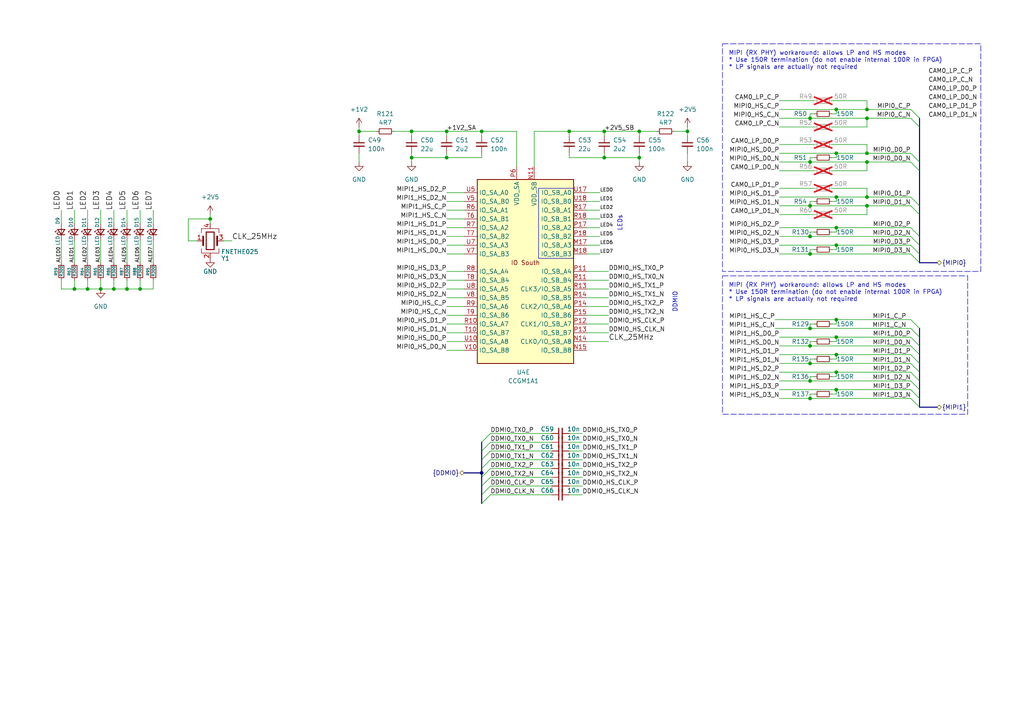
<source format=kicad_sch>
(kicad_sch (version 20250114) (generator "eeschema") (generator_version "9.0")
  (paper "A4")
  (title_block (title "${project_name}") (date "2025-06-24") (rev "${project_version}") (company "${project_creator}") (comment 1 "${project_license}"))
  (rectangle (start 209.55 80.01) (end 280.67 120.142) (stroke (width 0) (type dash)))
  (rectangle (start 209.55 12.7) (end 284.48 78.74) (stroke (width 0) (type dash)))
  (rectangle (start 156.21 54.61) (end 166.37 74.93))
  (text "MIPI (RX PHY) workaround: allows LP and HS modes\n* Use 150R termination (do not enable internal 100R in FPGA)\n* LP signals are actually not required" (at 211.328 87.63 0) (effects (font (size 1.27 1.27)) (justify left bottom)))
  (text "DDMIO" (at 195.834 87.63 90) (effects (font (size 1.27 1.27))))
  (text "MIPI (RX PHY) workaround: allows LP and HS modes\n* Use 150R termination (do not enable internal 100R in FPGA)\n* LP signals are actually not required" (at 211.328 20.32 0) (effects (font (size 1.27 1.27)) (justify left bottom)))
  (text "LEDs" (at 179.832 64.77 90) (effects (font (size 1.27 1.27))))
  (junction (at 242.57 71.12))
  (junction (at 119.38 45.72))
  (junction (at 25.4 83.82))
  (junction (at 242.57 57.15))
  (junction (at 251.46 31.75))
  (junction (at 175.26 45.72))
  (junction (at 242.57 31.75))
  (junction (at 242.57 44.45))
  (junction (at 242.57 113.03))
  (junction (at 234.95 68.58))
  (junction (at 251.46 57.15))
  (junction (at 242.57 102.87))
  (junction (at 21.59 83.82))
  (junction (at 234.95 95.25))
  (junction (at 199.39 38.1))
  (junction (at 242.57 97.79))
  (junction (at 104.14 38.1))
  (junction (at 129.54 38.1))
  (junction (at 251.46 44.45))
  (junction (at 139.7 137.16))
  (junction (at 234.95 115.57))
  (junction (at 234.95 46.99))
  (junction (at 29.21 83.82))
  (junction (at 251.46 46.99))
  (junction (at 33.02 83.82))
  (junction (at 242.57 66.04))
  (junction (at 234.95 59.69))
  (junction (at 242.57 92.71))
  (junction (at 139.7 38.1))
  (junction (at 251.46 59.69))
  (junction (at 60.96 63.5))
  (junction (at 119.38 38.1))
  (junction (at 185.42 38.1))
  (junction (at 242.57 107.95))
  (junction (at 36.83 83.82))
  (junction (at 234.95 73.66))
  (junction (at 234.95 100.33))
  (junction (at 234.95 34.29))
  (junction (at 165.1 38.1))
  (junction (at 175.26 38.1))
  (junction (at 234.95 110.49))
  (junction (at 40.64 83.82))
  (junction (at 234.95 105.41))
  (junction (at 185.42 45.72))
  (junction (at 251.46 34.29))
  (junction (at 129.54 45.72))
  (bus_entry (at 264.16 105.41) (size 2.54 2.54))
  (bus_entry (at 264.16 68.58) (size 2.54 2.54))
  (bus_entry (at 264.16 115.57) (size 2.54 2.54))
  (bus_entry (at 264.16 57.15) (size 2.54 2.54))
  (bus_entry (at 142.24 133.35) (size -2.54 2.54))
  (bus_entry (at 264.16 97.79) (size 2.54 2.54))
  (bus_entry (at 142.24 130.81) (size -2.54 2.54))
  (bus_entry (at 264.16 110.49) (size 2.54 2.54))
  (bus_entry (at 264.16 73.66) (size 2.54 2.54))
  (bus_entry (at 264.16 102.87) (size 2.54 2.54))
  (bus_entry (at 264.16 46.99) (size 2.54 2.54))
  (bus_entry (at 142.24 128.27) (size -2.54 2.54))
  (bus_entry (at 142.24 140.97) (size -2.54 2.54))
  (bus_entry (at 264.16 100.33) (size 2.54 2.54))
  (bus_entry (at 264.16 71.12) (size 2.54 2.54))
  (bus_entry (at 264.16 59.69) (size 2.54 2.54))
  (bus_entry (at 142.24 125.73) (size -2.54 2.54))
  (bus_entry (at 142.24 135.89) (size -2.54 2.54))
  (bus_entry (at 264.16 44.45) (size 2.54 2.54))
  (bus_entry (at 264.16 113.03) (size 2.54 2.54))
  (bus_entry (at 142.24 138.43) (size -2.54 2.54))
  (bus_entry (at 264.16 107.95) (size 2.54 2.54))
  (bus_entry (at 264.16 31.75) (size 2.54 2.54))
  (bus_entry (at 264.16 95.25) (size 2.54 2.54))
  (bus_entry (at 264.16 34.29) (size 2.54 2.54))
  (bus_entry (at 264.16 66.04) (size 2.54 2.54))
  (bus_entry (at 264.16 92.71) (size 2.54 2.54))
  (bus_entry (at 142.24 143.51) (size -2.54 2.54))
  (wire (pts (xy 129.54 88.9) (xy 134.62 88.9)))
  (wire (pts (xy 226.06 41.91) (xy 236.22 41.91)))
  (wire (pts (xy 242.57 31.75) (xy 242.57 33.02)))
  (bus (pts (xy 266.7 34.29) (xy 266.7 36.83)))
  (wire (pts (xy 129.54 101.6) (xy 134.62 101.6)))
  (wire (pts (xy 226.06 102.87) (xy 242.57 102.87)))
  (wire (pts (xy 226.06 73.66) (xy 234.95 73.66)))
  (wire (pts (xy 64.77 69.85) (xy 67.31 69.85)))
  (wire (pts (xy 242.57 66.04) (xy 242.57 67.31)))
  (wire (pts (xy 236.22 99.06) (xy 234.95 99.06)))
  (bus (pts (xy 139.7 128.27) (xy 139.7 130.81)))
  (wire (pts (xy 170.18 93.98) (xy 176.53 93.98)))
  (wire (pts (xy 241.3 109.22) (xy 242.57 109.22)))
  (wire (pts (xy 226.06 71.12) (xy 242.57 71.12)))
  (wire (pts (xy 226.06 34.29) (xy 234.95 34.29)))
  (wire (pts (xy 60.96 62.23) (xy 60.96 63.5)))
  (wire (pts (xy 165.1 133.35) (xy 168.91 133.35)))
  (wire (pts (xy 170.18 96.52) (xy 176.53 96.52)))
  (wire (pts (xy 234.95 114.3) (xy 234.95 115.57)))
  (wire (pts (xy 129.54 63.5) (xy 134.62 63.5)))
  (wire (pts (xy 129.54 38.1) (xy 129.54 39.37)))
  (wire (pts (xy 226.06 59.69) (xy 234.95 59.69)))
  (wire (pts (xy 165.1 38.1) (xy 175.26 38.1)))
  (wire (pts (xy 170.18 91.44) (xy 176.53 91.44)))
  (wire (pts (xy 234.95 115.57) (xy 264.16 115.57)))
  (wire (pts (xy 241.3 62.23) (xy 251.46 62.23)))
  (wire (pts (xy 242.57 66.04) (xy 264.16 66.04)))
  (wire (pts (xy 226.06 115.57) (xy 234.95 115.57)))
  (wire (pts (xy 17.78 69.85) (xy 17.78 76.2)))
  (wire (pts (xy 241.3 33.02) (xy 242.57 33.02)))
  (wire (pts (xy 36.83 83.82) (xy 40.64 83.82)))
  (wire (pts (xy 176.53 99.06) (xy 170.18 99.06)))
  (wire (pts (xy 170.18 55.88) (xy 173.99 55.88)))
  (wire (pts (xy 234.95 110.49) (xy 264.16 110.49)))
  (bus (pts (xy 266.7 73.66) (xy 266.7 76.2)))
  (wire (pts (xy 40.64 69.85) (xy 40.64 76.2)))
  (wire (pts (xy 224.79 95.25) (xy 234.95 95.25)))
  (wire (pts (xy 165.1 38.1) (xy 154.94 38.1)))
  (wire (pts (xy 129.54 99.06) (xy 134.62 99.06)))
  (wire (pts (xy 185.42 44.45) (xy 185.42 45.72)))
  (bus (pts (xy 266.7 59.69) (xy 266.7 62.23)))
  (wire (pts (xy 21.59 83.82) (xy 25.4 83.82)))
  (wire (pts (xy 199.39 44.45) (xy 199.39 46.99)))
  (wire (pts (xy 21.59 60.96) (xy 21.59 64.77)))
  (wire (pts (xy 226.06 29.21) (xy 236.22 29.21)))
  (wire (pts (xy 40.64 81.28) (xy 40.64 83.82)))
  (wire (pts (xy 175.26 44.45) (xy 175.26 45.72)))
  (wire (pts (xy 129.54 78.74) (xy 134.62 78.74)))
  (wire (pts (xy 57.15 69.85) (xy 54.61 69.85)))
  (wire (pts (xy 139.7 45.72) (xy 139.7 44.45)))
  (wire (pts (xy 234.95 59.69) (xy 251.46 59.69)))
  (wire (pts (xy 234.95 46.99) (xy 251.46 46.99)))
  (wire (pts (xy 165.1 138.43) (xy 168.91 138.43)))
  (wire (pts (xy 170.18 60.96) (xy 173.99 60.96)))
  (wire (pts (xy 234.95 109.22) (xy 234.95 110.49)))
  (bus (pts (xy 266.7 115.57) (xy 266.7 118.11)))
  (wire (pts (xy 226.06 100.33) (xy 234.95 100.33)))
  (wire (pts (xy 241.3 54.61) (xy 251.46 54.61)))
  (wire (pts (xy 226.06 36.83) (xy 236.22 36.83)))
  (wire (pts (xy 241.3 29.21) (xy 251.46 29.21)))
  (wire (pts (xy 170.18 58.42) (xy 173.99 58.42)))
  (wire (pts (xy 242.57 97.79) (xy 264.16 97.79)))
  (wire (pts (xy 234.95 95.25) (xy 264.16 95.25)))
  (wire (pts (xy 234.95 72.39) (xy 234.95 73.66)))
  (wire (pts (xy 251.46 46.99) (xy 251.46 49.53)))
  (bus (pts (xy 139.7 133.35) (xy 139.7 135.89)))
  (wire (pts (xy 175.26 38.1) (xy 185.42 38.1)))
  (wire (pts (xy 236.22 72.39) (xy 234.95 72.39)))
  (bus (pts (xy 139.7 138.43) (xy 139.7 140.97)))
  (wire (pts (xy 165.1 39.37) (xy 165.1 38.1)))
  (wire (pts (xy 226.06 62.23) (xy 236.22 62.23)))
  (wire (pts (xy 25.4 69.85) (xy 25.4 76.2)))
  (wire (pts (xy 241.3 58.42) (xy 242.57 58.42)))
  (wire (pts (xy 29.21 81.28) (xy 29.21 83.82)))
  (wire (pts (xy 251.46 31.75) (xy 264.16 31.75)))
  (wire (pts (xy 226.06 110.49) (xy 234.95 110.49)))
  (wire (pts (xy 129.54 45.72) (xy 139.7 45.72)))
  (wire (pts (xy 170.18 66.04) (xy 173.99 66.04)))
  (wire (pts (xy 236.22 114.3) (xy 234.95 114.3)))
  (bus (pts (xy 266.7 113.03) (xy 266.7 115.57)))
  (wire (pts (xy 165.1 130.81) (xy 168.91 130.81)))
  (wire (pts (xy 241.3 99.06) (xy 242.57 99.06)))
  (wire (pts (xy 226.06 57.15) (xy 242.57 57.15)))
  (bus (pts (xy 266.7 102.87) (xy 266.7 105.41)))
  (wire (pts (xy 21.59 81.28) (xy 21.59 83.82)))
  (wire (pts (xy 242.57 107.95) (xy 264.16 107.95)))
  (wire (pts (xy 129.54 96.52) (xy 134.62 96.52)))
  (bus (pts (xy 139.7 143.51) (xy 139.7 146.05)))
  (wire (pts (xy 185.42 45.72) (xy 185.42 46.99)))
  (wire (pts (xy 236.22 93.98) (xy 234.95 93.98)))
  (wire (pts (xy 17.78 60.96) (xy 17.78 64.77)))
  (bus (pts (xy 139.7 130.81) (xy 139.7 133.35)))
  (wire (pts (xy 251.46 59.69) (xy 251.46 62.23)))
  (wire (pts (xy 226.06 105.41) (xy 234.95 105.41)))
  (wire (pts (xy 119.38 38.1) (xy 119.38 39.37)))
  (wire (pts (xy 226.06 54.61) (xy 236.22 54.61)))
  (wire (pts (xy 129.54 83.82) (xy 134.62 83.82)))
  (wire (pts (xy 175.26 45.72) (xy 185.42 45.72)))
  (bus (pts (xy 134.62 137.16) (xy 139.7 137.16)))
  (wire (pts (xy 25.4 81.28) (xy 25.4 83.82)))
  (wire (pts (xy 44.45 60.96) (xy 44.45 64.77)))
  (bus (pts (xy 266.7 118.11) (xy 271.78 118.11)))
  (wire (pts (xy 236.22 104.14) (xy 234.95 104.14)))
  (wire (pts (xy 242.57 113.03) (xy 264.16 113.03)))
  (wire (pts (xy 242.57 71.12) (xy 242.57 72.39)))
  (wire (pts (xy 129.54 55.88) (xy 134.62 55.88)))
  (wire (pts (xy 234.95 45.72) (xy 234.95 46.99)))
  (wire (pts (xy 226.06 107.95) (xy 242.57 107.95)))
  (bus (pts (xy 266.7 36.83) (xy 266.7 46.99)))
  (wire (pts (xy 241.3 36.83) (xy 251.46 36.83)))
  (wire (pts (xy 251.46 29.21) (xy 251.46 31.75)))
  (bus (pts (xy 266.7 100.33) (xy 266.7 102.87)))
  (wire (pts (xy 241.3 49.53) (xy 251.46 49.53)))
  (wire (pts (xy 170.18 73.66) (xy 173.99 73.66)))
  (wire (pts (xy 36.83 69.85) (xy 36.83 76.2)))
  (wire (pts (xy 226.06 66.04) (xy 242.57 66.04)))
  (wire (pts (xy 170.18 71.12) (xy 173.99 71.12)))
  (wire (pts (xy 236.22 109.22) (xy 234.95 109.22)))
  (wire (pts (xy 44.45 83.82) (xy 44.45 81.28)))
  (wire (pts (xy 199.39 36.83) (xy 199.39 38.1)))
  (wire (pts (xy 234.95 104.14) (xy 234.95 105.41)))
  (wire (pts (xy 242.57 57.15) (xy 242.57 58.42)))
  (wire (pts (xy 241.3 41.91) (xy 251.46 41.91)))
  (wire (pts (xy 242.57 44.45) (xy 242.57 45.72)))
  (wire (pts (xy 17.78 81.28) (xy 17.78 83.82)))
  (wire (pts (xy 236.22 33.02) (xy 234.95 33.02)))
  (wire (pts (xy 29.21 69.85) (xy 29.21 76.2)))
  (wire (pts (xy 129.54 38.1) (xy 139.7 38.1)))
  (wire (pts (xy 242.57 57.15) (xy 251.46 57.15)))
  (wire (pts (xy 104.14 36.83) (xy 104.14 38.1)))
  (bus (pts (xy 266.7 76.2) (xy 271.78 76.2)))
  (wire (pts (xy 44.45 69.85) (xy 44.45 76.2)))
  (wire (pts (xy 119.38 44.45) (xy 119.38 45.72)))
  (bus (pts (xy 266.7 62.23) (xy 266.7 68.58)))
  (wire (pts (xy 142.24 138.43) (xy 160.02 138.43)))
  (wire (pts (xy 129.54 91.44) (xy 134.62 91.44)))
  (wire (pts (xy 236.22 58.42) (xy 234.95 58.42)))
  (wire (pts (xy 29.21 60.96) (xy 29.21 64.77)))
  (wire (pts (xy 251.46 54.61) (xy 251.46 57.15)))
  (wire (pts (xy 251.46 41.91) (xy 251.46 44.45)))
  (wire (pts (xy 251.46 46.99) (xy 264.16 46.99)))
  (wire (pts (xy 236.22 67.31) (xy 234.95 67.31)))
  (wire (pts (xy 33.02 83.82) (xy 36.83 83.82)))
  (wire (pts (xy 226.06 49.53) (xy 236.22 49.53)))
  (wire (pts (xy 129.54 60.96) (xy 134.62 60.96)))
  (wire (pts (xy 242.57 31.75) (xy 251.46 31.75)))
  (wire (pts (xy 242.57 92.71) (xy 264.16 92.71)))
  (wire (pts (xy 129.54 44.45) (xy 129.54 45.72)))
  (wire (pts (xy 119.38 45.72) (xy 119.38 46.99)))
  (wire (pts (xy 241.3 104.14) (xy 242.57 104.14)))
  (bus (pts (xy 266.7 110.49) (xy 266.7 113.03)))
  (wire (pts (xy 129.54 81.28) (xy 134.62 81.28)))
  (wire (pts (xy 139.7 38.1) (xy 149.86 38.1)))
  (wire (pts (xy 242.57 102.87) (xy 242.57 104.14)))
  (wire (pts (xy 226.06 46.99) (xy 234.95 46.99)))
  (bus (pts (xy 266.7 105.41) (xy 266.7 107.95)))
  (wire (pts (xy 185.42 38.1) (xy 190.5 38.1)))
  (wire (pts (xy 199.39 38.1) (xy 199.39 39.37)))
  (wire (pts (xy 165.1 143.51) (xy 168.91 143.51)))
  (wire (pts (xy 242.57 102.87) (xy 264.16 102.87)))
  (wire (pts (xy 104.14 38.1) (xy 104.14 39.37)))
  (wire (pts (xy 170.18 68.58) (xy 173.99 68.58)))
  (wire (pts (xy 251.46 34.29) (xy 264.16 34.29)))
  (wire (pts (xy 142.24 143.51) (xy 160.02 143.51)))
  (wire (pts (xy 129.54 93.98) (xy 134.62 93.98)))
  (wire (pts (xy 234.95 93.98) (xy 234.95 95.25)))
  (wire (pts (xy 226.06 113.03) (xy 242.57 113.03)))
  (wire (pts (xy 241.3 93.98) (xy 242.57 93.98)))
  (wire (pts (xy 104.14 44.45) (xy 104.14 46.99)))
  (wire (pts (xy 234.95 34.29) (xy 251.46 34.29)))
  (wire (pts (xy 242.57 97.79) (xy 242.57 99.06)))
  (wire (pts (xy 40.64 60.96) (xy 40.64 64.77)))
  (wire (pts (xy 226.06 31.75) (xy 242.57 31.75)))
  (wire (pts (xy 251.46 57.15) (xy 264.16 57.15)))
  (wire (pts (xy 129.54 86.36) (xy 134.62 86.36)))
  (wire (pts (xy 170.18 83.82) (xy 176.53 83.82)))
  (bus (pts (xy 266.7 107.95) (xy 266.7 110.49)))
  (wire (pts (xy 149.86 48.26) (xy 149.86 38.1)))
  (wire (pts (xy 170.18 78.74) (xy 176.53 78.74)))
  (wire (pts (xy 142.24 140.97) (xy 160.02 140.97)))
  (wire (pts (xy 241.3 72.39) (xy 242.57 72.39)))
  (wire (pts (xy 33.02 69.85) (xy 33.02 76.2)))
  (wire (pts (xy 185.42 38.1) (xy 185.42 39.37)))
  (wire (pts (xy 241.3 114.3) (xy 242.57 114.3)))
  (wire (pts (xy 224.79 92.71) (xy 242.57 92.71)))
  (wire (pts (xy 17.78 83.82) (xy 21.59 83.82)))
  (wire (pts (xy 142.24 125.73) (xy 160.02 125.73)))
  (wire (pts (xy 170.18 86.36) (xy 176.53 86.36)))
  (wire (pts (xy 165.1 45.72) (xy 175.26 45.72)))
  (wire (pts (xy 33.02 60.96) (xy 33.02 64.77)))
  (wire (pts (xy 60.96 63.5) (xy 60.96 64.77)))
  (wire (pts (xy 175.26 38.1) (xy 175.26 39.37)))
  (bus (pts (xy 266.7 95.25) (xy 266.7 97.79)))
  (wire (pts (xy 170.18 63.5) (xy 173.99 63.5)))
  (wire (pts (xy 242.57 92.71) (xy 242.57 93.98)))
  (wire (pts (xy 36.83 81.28) (xy 36.83 83.82)))
  (wire (pts (xy 142.24 133.35) (xy 160.02 133.35)))
  (wire (pts (xy 142.24 130.81) (xy 160.02 130.81)))
  (wire (pts (xy 170.18 88.9) (xy 176.53 88.9)))
  (wire (pts (xy 251.46 59.69) (xy 264.16 59.69)))
  (wire (pts (xy 242.57 44.45) (xy 251.46 44.45)))
  (wire (pts (xy 54.61 69.85) (xy 54.61 63.5)))
  (wire (pts (xy 104.14 38.1) (xy 109.22 38.1)))
  (wire (pts (xy 165.1 140.97) (xy 168.91 140.97)))
  (bus (pts (xy 266.7 71.12) (xy 266.7 73.66)))
  (wire (pts (xy 234.95 68.58) (xy 264.16 68.58)))
  (wire (pts (xy 129.54 66.04) (xy 134.62 66.04)))
  (wire (pts (xy 129.54 71.12) (xy 134.62 71.12)))
  (wire (pts (xy 226.06 68.58) (xy 234.95 68.58)))
  (wire (pts (xy 251.46 44.45) (xy 264.16 44.45)))
  (wire (pts (xy 165.1 44.45) (xy 165.1 45.72)))
  (wire (pts (xy 241.3 67.31) (xy 242.57 67.31)))
  (wire (pts (xy 242.57 71.12) (xy 264.16 71.12)))
  (wire (pts (xy 234.95 73.66) (xy 264.16 73.66)))
  (wire (pts (xy 21.59 69.85) (xy 21.59 76.2)))
  (wire (pts (xy 33.02 81.28) (xy 33.02 83.82)))
  (wire (pts (xy 234.95 99.06) (xy 234.95 100.33)))
  (wire (pts (xy 165.1 135.89) (xy 168.91 135.89)))
  (bus (pts (xy 266.7 68.58) (xy 266.7 71.12)))
  (wire (pts (xy 129.54 68.58) (xy 134.62 68.58)))
  (bus (pts (xy 266.7 97.79) (xy 266.7 100.33)))
  (wire (pts (xy 165.1 125.73) (xy 168.91 125.73)))
  (bus (pts (xy 139.7 135.89) (xy 139.7 137.16)))
  (wire (pts (xy 234.95 58.42) (xy 234.95 59.69)))
  (wire (pts (xy 114.3 38.1) (xy 119.38 38.1)))
  (wire (pts (xy 234.95 105.41) (xy 264.16 105.41)))
  (wire (pts (xy 236.22 45.72) (xy 234.95 45.72)))
  (bus (pts (xy 266.7 46.99) (xy 266.7 49.53)))
  (wire (pts (xy 226.06 44.45) (xy 242.57 44.45)))
  (wire (pts (xy 119.38 45.72) (xy 129.54 45.72)))
  (wire (pts (xy 251.46 34.29) (xy 251.46 36.83)))
  (wire (pts (xy 234.95 33.02) (xy 234.95 34.29)))
  (wire (pts (xy 142.24 128.27) (xy 160.02 128.27)))
  (wire (pts (xy 29.21 83.82) (xy 33.02 83.82)))
  (wire (pts (xy 195.58 38.1) (xy 199.39 38.1)))
  (bus (pts (xy 139.7 140.97) (xy 139.7 143.51)))
  (wire (pts (xy 226.06 97.79) (xy 242.57 97.79)))
  (wire (pts (xy 242.57 113.03) (xy 242.57 114.3)))
  (wire (pts (xy 241.3 45.72) (xy 242.57 45.72)))
  (wire (pts (xy 54.61 63.5) (xy 60.96 63.5)))
  (bus (pts (xy 266.7 49.53) (xy 266.7 59.69)))
  (wire (pts (xy 119.38 38.1) (xy 129.54 38.1)))
  (wire (pts (xy 139.7 38.1) (xy 139.7 39.37)))
  (wire (pts (xy 170.18 81.28) (xy 176.53 81.28)))
  (wire (pts (xy 154.94 38.1) (xy 154.94 48.26)))
  (wire (pts (xy 129.54 58.42) (xy 134.62 58.42)))
  (wire (pts (xy 25.4 83.82) (xy 29.21 83.82)))
  (wire (pts (xy 129.54 73.66) (xy 134.62 73.66)))
  (wire (pts (xy 142.24 135.89) (xy 160.02 135.89)))
  (wire (pts (xy 234.95 100.33) (xy 264.16 100.33)))
  (wire (pts (xy 40.64 83.82) (xy 44.45 83.82)))
  (wire (pts (xy 25.4 60.96) (xy 25.4 64.77)))
  (wire (pts (xy 234.95 67.31) (xy 234.95 68.58)))
  (wire (pts (xy 165.1 128.27) (xy 168.91 128.27)))
  (wire (pts (xy 242.57 107.95) (xy 242.57 109.22)))
  (wire (pts (xy 36.83 60.96) (xy 36.83 64.77)))
  (bus (pts (xy 139.7 137.16) (xy 139.7 138.43)))
  (label "MIPI0_HS_D0_N" (at 129.54 101.6 180))
  (label "MIPI1_D2_P" (at 264.16 107.95 180))
  (label "MIPI0_D3_P" (at 264.16 71.12 180))
  (label "MIPI0_D0_N" (at 264.16 46.99 180))
  (label "MIPI1_HS_D2_P" (at 226.06 107.95 180))
  (label "MIPI1_D0_N" (at 264.16 100.33 180))
  (label "CAM0_LP_D0_P" (at 269.24 26.67 0))
  (label "DDMI0_HS_CLK_N" (at 176.53 96.52 0))
  (label "LED1" (at 21.59 60.96 90) (effects (font (size 1.524 1.524))))
  (label "MIPI0_D2_N" (at 264.16 68.58 180))
  (label "DDMI0_HS_CLK_P" (at 168.91 140.97 0))
  (label "DDMI0_TX1_N" (at 142.24 133.35 0))
  (label "MIPI0_HS_D0_N" (at 226.06 46.99 180))
  (label "MIPI0_HS_D1_P" (at 226.06 57.15 180))
  (label "DDMI0_TX2_P" (at 142.24 135.89 0))
  (label "LED2" (at 173.99 60.96 0) (effects (font (size 1 1))))
  (label "MIPI1_HS_D2_N" (at 129.54 58.42 180))
  (label "MIPI0_HS_D3_P" (at 226.06 71.12 180))
  (label "MIPI0_D1_P" (at 264.16 57.15 180))
  (label "MIPI1_HS_D1_P" (at 226.06 102.87 180))
  (label "MIPI0_HS_D2_P" (at 129.54 83.82 180))
  (label "LED0" (at 173.99 55.88 0) (effects (font (size 1 1))))
  (label "LED6" (at 173.99 71.12 0) (effects (font (size 1 1))))
  (label "DDMI0_TX0_N" (at 142.24 128.27 0))
  (label "MIPI1_HS_C_P" (at 224.79 92.71 180))
  (label "LED2" (at 25.4 60.96 90) (effects (font (size 1.524 1.524))))
  (label "DDMI0_CLK_P" (at 142.24 140.97 0))
  (label "CAM0_LP_D1_P" (at 269.24 31.75 0))
  (label "CAM0_LP_C_P" (at 269.24 21.59 0))
  (label "MIPI1_HS_C_N" (at 224.79 95.25 180))
  (label "MIPI1_HS_D0_N" (at 226.06 100.33 180))
  (label "LED3" (at 173.99 63.5 0) (effects (font (size 1 1))))
  (label "ALED6" (at 40.64 76.2 90) (effects (font (size 1 1))))
  (label "MIPI1_HS_D0_P" (at 226.06 97.79 180))
  (label "MIPI1_D2_N" (at 264.16 110.49 180))
  (label "DDMI0_HS_TX0_P" (at 176.53 78.74 0))
  (label "MIPI1_D1_P" (at 264.16 102.87 180))
  (label "DDMI0_HS_TX2_P" (at 168.91 135.89 0))
  (label "ALED4" (at 33.02 76.2 90) (effects (font (size 1 1))))
  (label "DDMI0_HS_TX1_N" (at 176.53 86.36 0))
  (label "CLK_25MHz" (at 176.53 99.06 0) (effects (font (size 1.524 1.524))))
  (label "DDMI0_HS_TX1_P" (at 168.91 130.81 0))
  (label "MIPI1_HS_D2_P" (at 129.54 55.88 180))
  (label "LED3" (at 29.21 60.96 90) (effects (font (size 1.524 1.524))))
  (label "DDMI0_HS_TX2_N" (at 176.53 91.44 0))
  (label "DDMI0_HS_TX0_N" (at 176.53 81.28 0))
  (label "MIPI1_D0_P" (at 264.16 97.79 180))
  (label "DDMI0_HS_TX1_P" (at 176.53 83.82 0))
  (label "MIPI1_HS_D0_N" (at 129.54 73.66 180))
  (label "MIPI0_D3_N" (at 264.16 73.66 180))
  (label "CLK_25MHz" (at 67.31 69.85 0) (effects (font (size 1.524 1.524))))
  (label "MIPI0_HS_D3_N" (at 129.54 81.28 180))
  (label "MIPI0_HS_D0_P" (at 129.54 99.06 180))
  (label "MIPI0_HS_C_N" (at 226.06 34.29 180))
  (label "DDMI0_HS_TX2_P" (at 176.53 88.9 0))
  (label "CAM0_LP_C_N" (at 226.06 36.83 180))
  (label "CAM0_LP_D1_N" (at 269.24 34.29 0))
  (label "MIPI1_HS_D0_P" (at 129.54 71.12 180))
  (label "MIPI1_HS_D3_P" (at 226.06 113.03 180))
  (label "+1V2_SA" (at 129.54 38.1 0))
  (label "MIPI1_HS_D1_N" (at 129.54 68.58 180))
  (label "MIPI1_HS_D3_N" (at 226.06 115.57 180))
  (label "MIPI0_D1_N" (at 264.16 59.69 180))
  (label "LED1" (at 173.99 58.42 0) (effects (font (size 1 1))))
  (label "MIPI0_HS_D3_P" (at 129.54 78.74 180))
  (label "ALED7" (at 44.45 76.2 90) (effects (font (size 1 1))))
  (label "CAM0_LP_D0_N" (at 269.24 29.21 0))
  (label "MIPI1_HS_D1_P" (at 129.54 66.04 180))
  (label "MIPI0_HS_D0_P" (at 226.06 44.45 180))
  (label "CAM0_LP_C_N" (at 269.24 24.13 0))
  (label "ALED5" (at 36.83 76.2 90) (effects (font (size 1 1))))
  (label "DDMI0_TX1_P" (at 142.24 130.81 0))
  (label "MIPI1_C_P" (at 262.89 92.71 180))
  (label "MIPI0_HS_D2_P" (at 226.06 66.04 180))
  (label "MIPI0_HS_C_N" (at 129.54 91.44 180))
  (label "CAM0_LP_D0_N" (at 226.06 49.53 180))
  (label "DDMI0_HS_TX1_N" (at 168.91 133.35 0))
  (label "LED5" (at 36.83 60.96 90) (effects (font (size 1.524 1.524))))
  (label "LED7" (at 173.99 73.66 0) (effects (font (size 1 1))))
  (label "MIPI1_D3_N" (at 264.16 115.57 180))
  (label "LED7" (at 44.45 60.96 90) (effects (font (size 1.524 1.524))))
  (label "LED6" (at 40.64 60.96 90) (effects (font (size 1.524 1.524))))
  (label "LED4" (at 173.99 66.04 0) (effects (font (size 1 1))))
  (label "CAM0_LP_C_P" (at 226.06 29.21 180))
  (label "MIPI0_C_P" (at 264.16 31.75 180))
  (label "MIPI1_HS_C_P" (at 129.54 60.96 180))
  (label "LED5" (at 173.99 68.58 0) (effects (font (size 1 1))))
  (label "LED0" (at 17.78 60.96 90) (effects (font (size 1.524 1.524))))
  (label "MIPI0_HS_C_P" (at 129.54 88.9 180))
  (label "CAM0_LP_D1_N" (at 226.06 62.23 180))
  (label "MIPI1_D3_P" (at 264.16 113.03 180))
  (label "MIPI1_HS_C_N" (at 129.54 63.5 180))
  (label "CAM0_LP_D1_P" (at 226.06 54.61 180))
  (label "MIPI1_C_N" (at 262.89 95.25 180))
  (label "MIPI0_HS_D1_P" (at 129.54 93.98 180))
  (label "MIPI1_HS_D2_N" (at 226.06 110.49 180))
  (label "DDMI0_HS_TX0_N" (at 168.91 128.27 0))
  (label "MIPI0_D2_P" (at 264.16 66.04 180))
  (label "LED4" (at 33.02 60.96 90) (effects (font (size 1.524 1.524))))
  (label "MIPI1_HS_D1_N" (at 226.06 105.41 180))
  (label "DDMI0_HS_CLK_P" (at 176.53 93.98 0))
  (label "MIPI1_D1_N" (at 264.16 105.41 180))
  (label "DDMI0_HS_TX2_N" (at 168.91 138.43 0))
  (label "DDMI0_CLK_N" (at 142.24 143.51 0))
  (label "DDMI0_TX2_N" (at 142.24 138.43 0))
  (label "MIPI0_HS_C_P" (at 226.06 31.75 180))
  (label "MIPI0_HS_D2_N" (at 226.06 68.58 180))
  (label "MIPI0_HS_D2_N" (at 129.54 86.36 180))
  (label "ALED3" (at 29.21 76.2 90) (effects (font (size 1 1))))
  (label "CAM0_LP_D0_P" (at 226.06 41.91 180))
  (label "ALED2" (at 25.4 76.2 90) (effects (font (size 1 1))))
  (label "MIPI0_D0_P" (at 264.16 44.45 180))
  (label "DDMI0_TX0_P" (at 142.24 125.73 0))
  (label "MIPI0_HS_D1_N" (at 129.54 96.52 180))
  (label "MIPI0_C_N" (at 264.16 34.29 180))
  (label "MIPI0_HS_D1_N" (at 226.06 59.69 180))
  (label "+2V5_SB" (at 175.26 38.1 0))
  (label "MIPI0_HS_D3_N" (at 226.06 73.66 180))
  (label "ALED0" (at 17.78 76.2 90) (effects (font (size 1 1))))
  (label "DDMI0_HS_TX0_P" (at 168.91 125.73 0))
  (label "DDMI0_HS_CLK_N" (at 168.91 143.51 0))
  (label "ALED1" (at 21.59 76.2 90) (effects (font (size 1 1))))
  (hierarchical_label "{MIPI1}" (shape bidirectional) (at 271.78 118.11 0))
  (hierarchical_label "{DDMI0}" (shape bidirectional) (at 134.62 137.16 180))
  (hierarchical_label "{MIPI0}" (shape bidirectional) (at 271.78 76.2 0))
  (symbol (lib_id "Device:Crystal_GND24") (at 60.96 69.85 0) (mirror x) (unit 1)
    (property "Reference" "Y1" (at 64.135 74.93 0) (effects (justify left)))
    (property "Value" "FNETHE025" (at 64.135 73.025 0) (effects (justify left)))
    (property "Footprint" "Crystal:Crystal_SMD_TXC_7M-4Pin_3.2x2.5mm" (effects (hide yes)))
    (property "Datasheet" "https://www.diodes.com/assets/Datasheets/FNETHE025.pdf" (effects (hide yes)))
    (property "MNF1_URL" "www.diodes.com" (effects (hide yes)))
    (property "MPN" "FNETHE025" (effects (hide yes)))
    (property "MPN2" "SiT8008BC-81-33E-25.000000X" (effects (hide yes)))
    (property "MNF3_URL" "https://datasheet.lcsc.com/szlcsc/1912111437_Shenzhen-SCTF-Elec-S7D25-000000D20F30T_C387026.pdf" (effects (hide yes)))
    (property "MPN3" "S7D25.000000D20F30T" (effects (hide yes)))
    (property "Mouser" "729-FNETHE025" (effects (hide yes)))
    (property "Mouse_r2" "788-8008BC8133E25X " (effects (hide yes)))
    (property "Digikey" "FNETHE025CT-ND" (effects (hide yes)))
    (property "Newark" "80AC8624" (effects (hide yes)))
    (property "LCSC" "C390569" (effects (hide yes)))
    (property "price100_Digikey" "0.7942$" (effects (hide yes)))
    (property "Koncar" "FQ001" (effects (hide yes)))
    (property "Side" "T" (effects (hide yes)))
  )
  (symbol (lib_id "power:GND") (at 185.42 46.99 0) (unit 1)
    (property "Reference" "#PWR0141" (effects (hide yes)))
    (property "Value" "GND" (at 185.42 52.07 0))
  )
  (symbol (lib_name "R_Small_1") (lib_id "Device:R_Small") (at 29.21 78.74 0) (unit 1)
    (property "Reference" "R65" (at 27.686 80.01 90) (effects (font (size 0.8 0.8)) (justify left)))
    (property "Value" "R300" (at 29.21 80.264 90) (effects (font (size 0.8 0.8)) (justify left)))
    (property "Footprint" "Resistor_SMD:R_0402_1005Metric" (effects (hide yes)))
    (property "Description" "Resistor, small symbol" (effects (hide yes)))
  )
  (symbol (lib_id "power:GND") (at 119.38 46.99 0) (unit 1)
    (property "Reference" "#PWR0140" (effects (hide yes)))
    (property "Value" "GND" (at 119.38 52.07 0))
  )
  (symbol (lib_id "Device:C_Small") (at 162.56 135.89 90) (unit 1)
    (property "Reference" "C63" (at 158.75 134.62 90))
    (property "Value" "10n" (at 166.37 134.62 90))
    (property "Footprint" "Capacitor_SMD:C_0402_1005Metric" (effects (hide yes)))
  )
  (symbol (lib_id "Device:LED_Small") (at 29.21 67.31 90) (unit 1)
    (property "Reference" "D12" (at 28.194 62.992 0) (effects (font (size 1 1)) (justify right)))
    (property "Value" "LED" (at 28.194 68.326 0) (effects (font (size 1 1)) (justify right)))
    (property "Footprint" "LED_SMD:LED_0603_1608Metric" (effects (hide yes)))
    (property "Description" "Light emitting diode, small symbol" (effects (hide yes)))
    (property "Sim.Pin" "1=K 2=A" (effects (hide yes)))
  )
  (symbol (lib_id "Device:LED_Small") (at 21.59 67.31 90) (unit 1)
    (property "Reference" "D10" (at 20.574 62.992 0) (effects (font (size 1 1)) (justify right)))
    (property "Value" "LED" (at 20.574 68.326 0) (effects (font (size 1 1)) (justify right)))
    (property "Footprint" "LED_SMD:LED_0603_1608Metric" (effects (hide yes)))
    (property "Description" "Light emitting diode, small symbol" (effects (hide yes)))
    (property "Sim.Pin" "1=K 2=A" (effects (hide yes)))
  )
  (symbol (lib_name "R_Small_1") (lib_id "Device:R_Small") (at 36.83 78.74 0) (unit 1)
    (property "Reference" "R87" (at 35.306 80.01 90) (effects (font (size 0.8 0.8)) (justify left)))
    (property "Value" "R300" (at 36.83 80.264 90) (effects (font (size 0.8 0.8)) (justify left)))
    (property "Footprint" "Resistor_SMD:R_0402_1005Metric" (effects (hide yes)))
    (property "Description" "Resistor, small symbol" (effects (hide yes)))
  )
  (symbol (lib_id "Device:C_Small") (at 104.14 41.91 0) (unit 1)
    (property "Reference" "C49" (at 106.68 40.6463 0) (effects (justify left)))
    (property "Value" "100n" (at 106.68 43.1863 0) (effects (justify left)))
    (property "Footprint" "Capacitor_SMD:C_0402_1005Metric" (effects (hide yes)))
  )
  (symbol (lib_id "Device:LED_Small") (at 17.78 67.31 90) (unit 1)
    (property "Reference" "D9" (at 16.764 62.992 0) (effects (font (size 1 1)) (justify right)))
    (property "Value" "LED" (at 16.764 68.326 0) (effects (font (size 1 1)) (justify right)))
    (property "Footprint" "LED_SMD:LED_0603_1608Metric" (effects (hide yes)))
    (property "Description" "Light emitting diode, small symbol" (effects (hide yes)))
    (property "Sim.Pin" "1=K 2=A" (effects (hide yes)))
  )
  (symbol (lib_name "R_Small_1") (lib_id "Device:R_Small") (at 25.4 78.74 0) (unit 1)
    (property "Reference" "R64" (at 23.876 80.01 90) (effects (font (size 0.8 0.8)) (justify left)))
    (property "Value" "R300" (at 25.4 80.264 90) (effects (font (size 0.8 0.8)) (justify left)))
    (property "Footprint" "Resistor_SMD:R_0402_1005Metric" (effects (hide yes)))
    (property "Description" "Resistor, small symbol" (effects (hide yes)))
  )
  (symbol (lib_id "Device:R_Small") (at 238.76 41.91 270) (mirror x) (unit 1) (exclude_from_sim yes) (in_bom no) (on_board no) (dnp yes)
    (property "Reference" "R53" (at 233.68 40.64 90))
    (property "Value" "50R" (at 243.84 40.64 90))
    (property "Footprint" "Resistor_SMD:R_0402_1005Metric" (effects (hide yes)))
  )
  (symbol (lib_id "Device:C_Small") (at 162.56 140.97 90) (unit 1)
    (property "Reference" "C65" (at 158.75 139.7 90))
    (property "Value" "10n" (at 166.37 139.7 90))
    (property "Footprint" "Capacitor_SMD:C_0402_1005Metric" (effects (hide yes)))
  )
  (symbol (lib_id "Device:R_Small") (at 238.76 54.61 270) (mirror x) (unit 1) (exclude_from_sim yes) (in_bom no) (on_board no) (dnp yes)
    (property "Reference" "R57" (at 233.68 53.34 90))
    (property "Value" "50R" (at 243.84 53.34 90))
    (property "Footprint" "Resistor_SMD:R_0402_1005Metric" (effects (hide yes)))
  )
  (symbol (lib_id "Device:C_Small") (at 129.54 41.91 0) (unit 1)
    (property "Reference" "C51" (at 132.08 40.6463 0) (effects (justify left)))
    (property "Value" "2u2" (at 132.08 43.1863 0) (effects (justify left)))
    (property "Footprint" "Capacitor_SMD:C_0402_1005Metric" (effects (hide yes)))
  )
  (symbol (lib_id "power:+2V5") (at 60.96 62.23 0) (unit 1)
    (property "Reference" "#PWR076" (effects (hide yes)))
    (property "Value" "+2V5" (at 60.96 57.15 0))
  )
  (symbol (lib_name "R_Small_1") (lib_id "Device:R_Small") (at 40.64 78.74 0) (unit 1)
    (property "Reference" "R88" (at 39.116 80.01 90) (effects (font (size 0.8 0.8)) (justify left)))
    (property "Value" "R300" (at 40.64 80.264 90) (effects (font (size 0.8 0.8)) (justify left)))
    (property "Footprint" "Resistor_SMD:R_0402_1005Metric" (effects (hide yes)))
    (property "Description" "Resistor, small symbol" (effects (hide yes)))
  )
  (symbol (lib_id "Device:LED_Small") (at 25.4 67.31 90) (unit 1)
    (property "Reference" "D11" (at 24.384 62.992 0) (effects (font (size 1 1)) (justify right)))
    (property "Value" "LED" (at 24.384 68.326 0) (effects (font (size 1 1)) (justify right)))
    (property "Footprint" "LED_SMD:LED_0603_1608Metric" (effects (hide yes)))
    (property "Description" "Light emitting diode, small symbol" (effects (hide yes)))
    (property "Sim.Pin" "1=K 2=A" (effects (hide yes)))
  )
  (symbol (lib_id "power:GND") (at 199.39 46.99 0) (unit 1)
    (property "Reference" "#PWR077" (effects (hide yes)))
    (property "Value" "GND" (at 199.39 52.07 0))
  )
  (symbol (lib_id "Device:C_Small") (at 162.56 130.81 90) (unit 1)
    (property "Reference" "C61" (at 158.75 129.54 90))
    (property "Value" "10n" (at 166.37 129.54 90))
    (property "Footprint" "Capacitor_SMD:C_0402_1005Metric" (effects (hide yes)))
  )
  (symbol (lib_id "Device:R_Small") (at 238.76 45.72 270) (mirror x) (unit 1)
    (property "Reference" "R51" (at 232.156 45.72 90))
    (property "Value" "150R" (at 245.11 45.72 90))
    (property "Footprint" "Resistor_SMD:R_0402_1005Metric" (effects (hide yes)))
  )
  (symbol (lib_id "Device:R_Small") (at 238.76 72.39 270) (mirror x) (unit 1)
    (property "Reference" "R131" (at 232.156 72.39 90))
    (property "Value" "150R" (at 245.11 72.39 90))
    (property "Footprint" "Resistor_SMD:R_0402_1005Metric" (effects (hide yes)))
  )
  (symbol (lib_id "Device:R_Small") (at 238.76 33.02 270) (mirror x) (unit 1)
    (property "Reference" "R50" (at 232.156 33.02 90))
    (property "Value" "150R" (at 245.11 33.02 90))
    (property "Footprint" "Resistor_SMD:R_0402_1005Metric" (effects (hide yes)))
  )
  (symbol (lib_id "ulx4m-rescue:GND-power") (at 60.96 74.93 0) (unit 1)
    (property "Reference" "#PWR0159" (effects (hide yes)))
    (property "Value" "GND" (at 60.96 78.74 0))
  )
  (symbol (lib_id "Device:C_Small") (at 175.26 41.91 0) (unit 1)
    (property "Reference" "C54" (at 177.8 40.6463 0) (effects (justify left)))
    (property "Value" "2u2" (at 177.8 43.1863 0) (effects (justify left)))
    (property "Footprint" "Capacitor_SMD:C_0402_1005Metric" (effects (hide yes)))
  )
  (symbol (lib_id "Device:LED_Small") (at 33.02 67.31 90) (unit 1)
    (property "Reference" "D13" (at 32.004 62.992 0) (effects (font (size 1 1)) (justify right)))
    (property "Value" "LED" (at 32.004 68.326 0) (effects (font (size 1 1)) (justify right)))
    (property "Footprint" "LED_SMD:LED_0603_1608Metric" (effects (hide yes)))
    (property "Description" "Light emitting diode, small symbol" (effects (hide yes)))
    (property "Sim.Pin" "1=K 2=A" (effects (hide yes)))
  )
  (symbol (lib_id "Device:C_Small") (at 162.56 128.27 90) (unit 1)
    (property "Reference" "C60" (at 158.75 127 90))
    (property "Value" "10n" (at 166.37 127 90))
    (property "Footprint" "Capacitor_SMD:C_0402_1005Metric" (effects (hide yes)))
  )
  (symbol (lib_id "Device:R_Small") (at 111.76 38.1 90) (unit 1)
    (property "Reference" "R121" (at 111.76 33.02 90))
    (property "Value" "4R7" (at 111.76 35.56 90))
    (property "Footprint" "Resistor_SMD:R_0402_1005Metric" (effects (hide yes)))
  )
  (symbol (lib_id "Device:LED_Small") (at 40.64 67.31 90) (unit 1)
    (property "Reference" "D15" (at 39.624 62.992 0) (effects (font (size 1 1)) (justify right)))
    (property "Value" "LED" (at 39.624 68.326 0) (effects (font (size 1 1)) (justify right)))
    (property "Footprint" "LED_SMD:LED_0603_1608Metric" (effects (hide yes)))
    (property "Description" "Light emitting diode, small symbol" (effects (hide yes)))
    (property "Sim.Pin" "1=K 2=A" (effects (hide yes)))
  )
  (symbol (lib_name "R_Small_1") (lib_id "Device:R_Small") (at 21.59 78.74 0) (unit 1)
    (property "Reference" "R63" (at 20.066 80.01 90) (effects (font (size 0.8 0.8)) (justify left)))
    (property "Value" "R300" (at 21.59 80.264 90) (effects (font (size 0.8 0.8)) (justify left)))
    (property "Footprint" "Resistor_SMD:R_0402_1005Metric" (effects (hide yes)))
    (property "Description" "Resistor, small symbol" (effects (hide yes)))
  )
  (symbol (lib_id "Device:R_Small") (at 238.76 104.14 270) (mirror x) (unit 1)
    (property "Reference" "R135" (at 232.156 104.14 90))
    (property "Value" "150R" (at 245.11 104.14 90))
    (property "Footprint" "Resistor_SMD:R_0402_1005Metric" (effects (hide yes)))
  )
  (symbol (lib_id "Device:LED_Small") (at 44.45 67.31 90) (unit 1)
    (property "Reference" "D16" (at 43.434 62.992 0) (effects (font (size 1 1)) (justify right)))
    (property "Value" "LED" (at 43.434 68.326 0) (effects (font (size 1 1)) (justify right)))
    (property "Footprint" "LED_SMD:LED_0603_1608Metric" (effects (hide yes)))
    (property "Description" "Light emitting diode, small symbol" (effects (hide yes)))
    (property "Sim.Pin" "1=K 2=A" (effects (hide yes)))
  )
  (symbol (lib_name "R_Small_1") (lib_id "Device:R_Small") (at 33.02 78.74 0) (unit 1)
    (property "Reference" "R86" (at 31.496 80.01 90) (effects (font (size 0.8 0.8)) (justify left)))
    (property "Value" "R300" (at 33.02 80.264 90) (effects (font (size 0.8 0.8)) (justify left)))
    (property "Footprint" "Resistor_SMD:R_0402_1005Metric" (effects (hide yes)))
    (property "Description" "Resistor, small symbol" (effects (hide yes)))
  )
  (symbol (lib_id "Device:R_Small") (at 238.76 93.98 270) (mirror x) (unit 1)
    (property "Reference" "R129" (at 232.156 93.98 90))
    (property "Value" "150R" (at 245.11 93.98 90))
    (property "Footprint" "Resistor_SMD:R_0402_1005Metric" (effects (hide yes)))
  )
  (symbol (lib_id "Device:R_Small") (at 193.04 38.1 90) (unit 1)
    (property "Reference" "R122" (at 193.04 33.02 90))
    (property "Value" "4R7" (at 193.04 35.56 90))
    (property "Footprint" "Resistor_SMD:R_0402_1005Metric" (effects (hide yes)))
  )
  (symbol (lib_id "Device:R_Small") (at 238.76 62.23 270) (mirror x) (unit 1) (exclude_from_sim yes) (in_bom no) (on_board no) (dnp yes)
    (property "Reference" "R60" (at 233.68 60.96 90))
    (property "Value" "50R" (at 243.84 60.96 90))
    (property "Footprint" "Resistor_SMD:R_0402_1005Metric" (effects (hide yes)))
  )
  (symbol (lib_id "Device:C_Small") (at 139.7 41.91 0) (unit 1)
    (property "Reference" "C52" (at 142.24 40.6463 0) (effects (justify left)))
    (property "Value" "100n" (at 142.24 43.1863 0) (effects (justify left)))
    (property "Footprint" "Capacitor_SMD:C_0402_1005Metric" (effects (hide yes)))
  )
  (symbol (lib_id "Device:R_Small") (at 238.76 99.06 270) (mirror x) (unit 1)
    (property "Reference" "R132" (at 232.156 99.06 90))
    (property "Value" "150R" (at 245.11 99.06 90))
    (property "Footprint" "Resistor_SMD:R_0402_1005Metric" (effects (hide yes)))
  )
  (symbol (lib_id "Device:R_Small") (at 238.76 49.53 270) (mirror x) (unit 1) (exclude_from_sim yes) (in_bom no) (on_board no) (dnp yes)
    (property "Reference" "R56" (at 233.68 48.26 90))
    (property "Value" "50R" (at 243.84 48.26 90))
    (property "Footprint" "Resistor_SMD:R_0402_1005Metric" (effects (hide yes)))
  )
  (symbol (lib_id "Device:C_Small") (at 185.42 41.91 0) (unit 1)
    (property "Reference" "C55" (at 187.96 40.6463 0) (effects (justify left)))
    (property "Value" "100n" (at 187.96 43.1863 0) (effects (justify left)))
    (property "Footprint" "Capacitor_SMD:C_0402_1005Metric" (effects (hide yes)))
  )
  (symbol (lib_name "R_Small_1") (lib_id "Device:R_Small") (at 17.78 78.74 0) (unit 1)
    (property "Reference" "R59" (at 16.256 80.01 90) (effects (font (size 0.8 0.8)) (justify left)))
    (property "Value" "R300" (at 17.78 80.264 90) (effects (font (size 0.8 0.8)) (justify left)))
    (property "Footprint" "Resistor_SMD:R_0402_1005Metric" (effects (hide yes)))
    (property "Description" "Resistor, small symbol" (effects (hide yes)))
  )
  (symbol (lib_id "Device:R_Small") (at 238.76 29.21 270) (mirror x) (unit 1) (exclude_from_sim yes) (in_bom no) (on_board no) (dnp yes)
    (property "Reference" "R49" (at 233.68 27.94 90))
    (property "Value" "50R" (at 243.84 27.94 90))
    (property "Footprint" "Resistor_SMD:R_0402_1005Metric" (effects (hide yes)))
  )
  (symbol (lib_id "power:+2V5") (at 104.14 36.83 0) (unit 1)
    (property "Reference" "#PWR073" (effects (hide yes)))
    (property "Value" "+1V2" (at 104.14 31.75 0))
  )
  (symbol (lib_id "Device:C_Small") (at 162.56 125.73 90) (unit 1)
    (property "Reference" "C59" (at 158.75 124.46 90))
    (property "Value" "10n" (at 166.37 124.46 90))
    (property "Footprint" "Capacitor_SMD:C_0402_1005Metric" (effects (hide yes)))
  )
  (symbol (lib_id "FPGA_CologneChip_GateMate:CCGM1A1") (at 152.4 78.74 0) (unit 5)
    (property "Reference" "U4" (at 149.86 107.95 0) (effects (justify left)))
    (property "Value" "CCGM1A1" (at 147.32 110.49 0) (effects (justify left)))
    (property "Footprint" "ulx5m-gs:BGA-324_15.0x15.0mm_Layout18x18_P0.8mm_Ball0.45mm_Pad0.4mm_NSMD" (effects (hide yes)))
    (property "Datasheet" "https://colognechip.com/docs/ds1001-gatemate1-datasheet-2022-05.pdf" (effects (hide yes)))
  )
  (symbol (lib_id "Device:LED_Small") (at 36.83 67.31 90) (unit 1)
    (property "Reference" "D14" (at 35.814 62.992 0) (effects (font (size 1 1)) (justify right)))
    (property "Value" "LED" (at 35.814 68.326 0) (effects (font (size 1 1)) (justify right)))
    (property "Footprint" "LED_SMD:LED_0603_1608Metric" (effects (hide yes)))
    (property "Description" "Light emitting diode, small symbol" (effects (hide yes)))
    (property "Sim.Pin" "1=K 2=A" (effects (hide yes)))
  )
  (symbol (lib_id "Device:R_Small") (at 238.76 58.42 270) (mirror x) (unit 1)
    (property "Reference" "R54" (at 232.156 58.42 90))
    (property "Value" "150R" (at 245.11 58.42 90))
    (property "Footprint" "Resistor_SMD:R_0402_1005Metric" (effects (hide yes)))
  )
  (symbol (lib_id "Device:C_Small") (at 162.56 138.43 90) (unit 1)
    (property "Reference" "C64" (at 158.75 137.16 90))
    (property "Value" "10n" (at 166.37 137.16 90))
    (property "Footprint" "Capacitor_SMD:C_0402_1005Metric" (effects (hide yes)))
  )
  (symbol (lib_id "Device:C_Small") (at 162.56 133.35 90) (unit 1)
    (property "Reference" "C62" (at 158.75 132.08 90))
    (property "Value" "10n" (at 166.37 132.08 90))
    (property "Footprint" "Capacitor_SMD:C_0402_1005Metric" (effects (hide yes)))
  )
  (symbol (lib_id "Device:R_Small") (at 238.76 109.22 270) (mirror x) (unit 1)
    (property "Reference" "R136" (at 232.156 109.22 90))
    (property "Value" "150R" (at 245.11 109.22 90))
    (property "Footprint" "Resistor_SMD:R_0402_1005Metric" (effects (hide yes)))
  )
  (symbol (lib_id "Device:C_Small") (at 199.39 41.91 0) (unit 1)
    (property "Reference" "C56" (at 201.93 40.6463 0) (effects (justify left)))
    (property "Value" "100n" (at 201.93 43.1863 0) (effects (justify left)))
    (property "Footprint" "Capacitor_SMD:C_0402_1005Metric" (effects (hide yes)))
  )
  (symbol (lib_id "Device:R_Small") (at 238.76 67.31 270) (mirror x) (unit 1)
    (property "Reference" "R130" (at 232.156 67.31 90))
    (property "Value" "150R" (at 245.11 67.31 90))
    (property "Footprint" "Resistor_SMD:R_0402_1005Metric" (effects (hide yes)))
  )
  (symbol (lib_id "Device:C_Small") (at 165.1 41.91 0) (unit 1)
    (property "Reference" "C53" (at 167.64 40.6463 0) (effects (justify left)))
    (property "Value" "22u" (at 167.64 43.1863 0) (effects (justify left)))
    (property "Footprint" "Capacitor_SMD:C_0402_1005Metric" (effects (hide yes)))
  )
  (symbol (lib_id "Device:C_Small") (at 162.56 143.51 90) (unit 1)
    (property "Reference" "C66" (at 158.75 142.24 90))
    (property "Value" "10n" (at 166.37 142.24 90))
    (property "Footprint" "Capacitor_SMD:C_0402_1005Metric" (effects (hide yes)))
  )
  (symbol (lib_id "Device:C_Small") (at 119.38 41.91 0) (unit 1)
    (property "Reference" "C50" (at 121.92 40.6463 0) (effects (justify left)))
    (property "Value" "22u" (at 121.92 43.1863 0) (effects (justify left)))
    (property "Footprint" "Capacitor_SMD:C_0402_1005Metric" (effects (hide yes)))
  )
  (symbol (lib_id "Device:R_Small") (at 238.76 36.83 270) (mirror x) (unit 1) (exclude_from_sim yes) (in_bom no) (on_board no) (dnp yes)
    (property "Reference" "R52" (at 233.68 35.56 90))
    (property "Value" "50R" (at 243.84 35.56 90))
    (property "Footprint" "Resistor_SMD:R_0402_1005Metric" (effects (hide yes)))
  )
  (symbol (lib_id "power:+2V5") (at 199.39 36.83 0) (unit 1)
    (property "Reference" "#PWR075" (effects (hide yes)))
    (property "Value" "+2V5" (at 199.39 31.75 0))
  )
  (symbol (lib_name "GND_1") (lib_id "power:GND") (at 29.21 83.82 0) (unit 1)
    (property "Reference" "#PWR085" (effects (hide yes)))
    (property "Value" "GND" (at 29.21 88.9 0))
    (property "Description" "Power symbol creates a global label with name \"GND\" , ground" (effects (hide yes)))
  )
  (symbol (lib_id "power:GND") (at 104.14 46.99 0) (unit 1)
    (property "Reference" "#PWR074" (effects (hide yes)))
    (property "Value" "GND" (at 104.14 52.07 0))
  )
  (symbol (lib_name "R_Small_1") (lib_id "Device:R_Small") (at 44.45 78.74 0) (unit 1)
    (property "Reference" "R95" (at 42.926 80.01 90) (effects (font (size 0.8 0.8)) (justify left)))
    (property "Value" "R300" (at 44.45 80.264 90) (effects (font (size 0.8 0.8)) (justify left)))
    (property "Footprint" "Resistor_SMD:R_0402_1005Metric" (effects (hide yes)))
    (property "Description" "Resistor, small symbol" (effects (hide yes)))
  )
  (symbol (lib_id "Device:R_Small") (at 238.76 114.3 270) (mirror x) (unit 1)
    (property "Reference" "R137" (at 232.156 114.3 90))
    (property "Value" "150R" (at 245.11 114.3 90))
    (property "Footprint" "Resistor_SMD:R_0402_1005Metric" (effects (hide yes)))
  )
)
</source>
